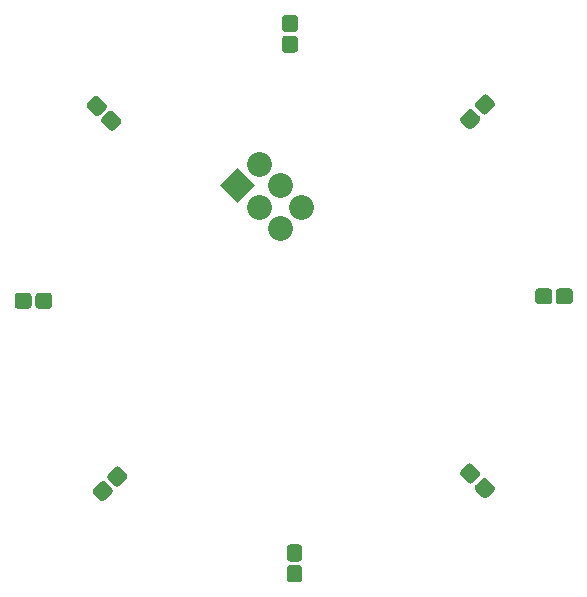
<source format=gbr>
G04 #@! TF.GenerationSoftware,KiCad,Pcbnew,5.1.5*
G04 #@! TF.CreationDate,2020-03-10T18:03:46+01:00*
G04 #@! TF.ProjectId,v,762e6b69-6361-4645-9f70-636258585858,rev?*
G04 #@! TF.SameCoordinates,Original*
G04 #@! TF.FileFunction,Soldermask,Top*
G04 #@! TF.FilePolarity,Negative*
%FSLAX46Y46*%
G04 Gerber Fmt 4.6, Leading zero omitted, Abs format (unit mm)*
G04 Created by KiCad (PCBNEW 5.1.5) date 2020-03-10 18:03:46*
%MOMM*%
%LPD*%
G04 APERTURE LIST*
%ADD10C,2.100000*%
%ADD11C,0.100000*%
G04 APERTURE END LIST*
D10*
X114354154Y-94633051D02*
X114354154Y-94633051D01*
X112558102Y-96429102D02*
X112558102Y-96429102D01*
X112558102Y-92837000D02*
X112558102Y-92837000D01*
X110762051Y-94633051D02*
X110762051Y-94633051D01*
X110762051Y-91040949D02*
X110762051Y-91040949D01*
D11*
G36*
X108966000Y-94321924D02*
G01*
X107481076Y-92837000D01*
X108966000Y-91352076D01*
X110450924Y-92837000D01*
X108966000Y-94321924D01*
G37*
G36*
X129902444Y-117626191D02*
G01*
X129935206Y-117631051D01*
X129967334Y-117639099D01*
X129998519Y-117650257D01*
X130028459Y-117664418D01*
X130056868Y-117681445D01*
X130083471Y-117701175D01*
X130108012Y-117723417D01*
X130656019Y-118271424D01*
X130678261Y-118295965D01*
X130697991Y-118322568D01*
X130715018Y-118350977D01*
X130729179Y-118380917D01*
X130740337Y-118412102D01*
X130748385Y-118444230D01*
X130753245Y-118476992D01*
X130754870Y-118510073D01*
X130753245Y-118543154D01*
X130748385Y-118575916D01*
X130740337Y-118608044D01*
X130729179Y-118639229D01*
X130715018Y-118669169D01*
X130697991Y-118697578D01*
X130678261Y-118724181D01*
X130656019Y-118748722D01*
X130178722Y-119226019D01*
X130154181Y-119248261D01*
X130127578Y-119267991D01*
X130099169Y-119285018D01*
X130069229Y-119299179D01*
X130038044Y-119310337D01*
X130005916Y-119318385D01*
X129973154Y-119323245D01*
X129940073Y-119324870D01*
X129906992Y-119323245D01*
X129874230Y-119318385D01*
X129842102Y-119310337D01*
X129810917Y-119299179D01*
X129780977Y-119285018D01*
X129752568Y-119267991D01*
X129725965Y-119248261D01*
X129701424Y-119226019D01*
X129153417Y-118678012D01*
X129131175Y-118653471D01*
X129111445Y-118626868D01*
X129094418Y-118598459D01*
X129080257Y-118568519D01*
X129069099Y-118537334D01*
X129061051Y-118505206D01*
X129056191Y-118472444D01*
X129054566Y-118439363D01*
X129056191Y-118406282D01*
X129061051Y-118373520D01*
X129069099Y-118341392D01*
X129080257Y-118310207D01*
X129094418Y-118280267D01*
X129111445Y-118251858D01*
X129131175Y-118225255D01*
X129153417Y-118200714D01*
X129630714Y-117723417D01*
X129655255Y-117701175D01*
X129681858Y-117681445D01*
X129710267Y-117664418D01*
X129740207Y-117650257D01*
X129771392Y-117639099D01*
X129803520Y-117631051D01*
X129836282Y-117626191D01*
X129869363Y-117624566D01*
X129902444Y-117626191D01*
G37*
G36*
X128665008Y-116388755D02*
G01*
X128697770Y-116393615D01*
X128729898Y-116401663D01*
X128761083Y-116412821D01*
X128791023Y-116426982D01*
X128819432Y-116444009D01*
X128846035Y-116463739D01*
X128870576Y-116485981D01*
X129418583Y-117033988D01*
X129440825Y-117058529D01*
X129460555Y-117085132D01*
X129477582Y-117113541D01*
X129491743Y-117143481D01*
X129502901Y-117174666D01*
X129510949Y-117206794D01*
X129515809Y-117239556D01*
X129517434Y-117272637D01*
X129515809Y-117305718D01*
X129510949Y-117338480D01*
X129502901Y-117370608D01*
X129491743Y-117401793D01*
X129477582Y-117431733D01*
X129460555Y-117460142D01*
X129440825Y-117486745D01*
X129418583Y-117511286D01*
X128941286Y-117988583D01*
X128916745Y-118010825D01*
X128890142Y-118030555D01*
X128861733Y-118047582D01*
X128831793Y-118061743D01*
X128800608Y-118072901D01*
X128768480Y-118080949D01*
X128735718Y-118085809D01*
X128702637Y-118087434D01*
X128669556Y-118085809D01*
X128636794Y-118080949D01*
X128604666Y-118072901D01*
X128573481Y-118061743D01*
X128543541Y-118047582D01*
X128515132Y-118030555D01*
X128488529Y-118010825D01*
X128463988Y-117988583D01*
X127915981Y-117440576D01*
X127893739Y-117416035D01*
X127874009Y-117389432D01*
X127856982Y-117361023D01*
X127842821Y-117331083D01*
X127831663Y-117299898D01*
X127823615Y-117267770D01*
X127818755Y-117235008D01*
X127817130Y-117201927D01*
X127818755Y-117168846D01*
X127823615Y-117136084D01*
X127831663Y-117103956D01*
X127842821Y-117072771D01*
X127856982Y-117042831D01*
X127874009Y-117014422D01*
X127893739Y-116987819D01*
X127915981Y-116963278D01*
X128393278Y-116485981D01*
X128417819Y-116463739D01*
X128444422Y-116444009D01*
X128472831Y-116426982D01*
X128502771Y-116412821D01*
X128533956Y-116401663D01*
X128566084Y-116393615D01*
X128598846Y-116388755D01*
X128631927Y-116387130D01*
X128665008Y-116388755D01*
G37*
G36*
X97042008Y-85273755D02*
G01*
X97074770Y-85278615D01*
X97106898Y-85286663D01*
X97138083Y-85297821D01*
X97168023Y-85311982D01*
X97196432Y-85329009D01*
X97223035Y-85348739D01*
X97247576Y-85370981D01*
X97795583Y-85918988D01*
X97817825Y-85943529D01*
X97837555Y-85970132D01*
X97854582Y-85998541D01*
X97868743Y-86028481D01*
X97879901Y-86059666D01*
X97887949Y-86091794D01*
X97892809Y-86124556D01*
X97894434Y-86157637D01*
X97892809Y-86190718D01*
X97887949Y-86223480D01*
X97879901Y-86255608D01*
X97868743Y-86286793D01*
X97854582Y-86316733D01*
X97837555Y-86345142D01*
X97817825Y-86371745D01*
X97795583Y-86396286D01*
X97318286Y-86873583D01*
X97293745Y-86895825D01*
X97267142Y-86915555D01*
X97238733Y-86932582D01*
X97208793Y-86946743D01*
X97177608Y-86957901D01*
X97145480Y-86965949D01*
X97112718Y-86970809D01*
X97079637Y-86972434D01*
X97046556Y-86970809D01*
X97013794Y-86965949D01*
X96981666Y-86957901D01*
X96950481Y-86946743D01*
X96920541Y-86932582D01*
X96892132Y-86915555D01*
X96865529Y-86895825D01*
X96840988Y-86873583D01*
X96292981Y-86325576D01*
X96270739Y-86301035D01*
X96251009Y-86274432D01*
X96233982Y-86246023D01*
X96219821Y-86216083D01*
X96208663Y-86184898D01*
X96200615Y-86152770D01*
X96195755Y-86120008D01*
X96194130Y-86086927D01*
X96195755Y-86053846D01*
X96200615Y-86021084D01*
X96208663Y-85988956D01*
X96219821Y-85957771D01*
X96233982Y-85927831D01*
X96251009Y-85899422D01*
X96270739Y-85872819D01*
X96292981Y-85848278D01*
X96770278Y-85370981D01*
X96794819Y-85348739D01*
X96821422Y-85329009D01*
X96849831Y-85311982D01*
X96879771Y-85297821D01*
X96910956Y-85286663D01*
X96943084Y-85278615D01*
X96975846Y-85273755D01*
X97008927Y-85272130D01*
X97042008Y-85273755D01*
G37*
G36*
X98279444Y-86511191D02*
G01*
X98312206Y-86516051D01*
X98344334Y-86524099D01*
X98375519Y-86535257D01*
X98405459Y-86549418D01*
X98433868Y-86566445D01*
X98460471Y-86586175D01*
X98485012Y-86608417D01*
X99033019Y-87156424D01*
X99055261Y-87180965D01*
X99074991Y-87207568D01*
X99092018Y-87235977D01*
X99106179Y-87265917D01*
X99117337Y-87297102D01*
X99125385Y-87329230D01*
X99130245Y-87361992D01*
X99131870Y-87395073D01*
X99130245Y-87428154D01*
X99125385Y-87460916D01*
X99117337Y-87493044D01*
X99106179Y-87524229D01*
X99092018Y-87554169D01*
X99074991Y-87582578D01*
X99055261Y-87609181D01*
X99033019Y-87633722D01*
X98555722Y-88111019D01*
X98531181Y-88133261D01*
X98504578Y-88152991D01*
X98476169Y-88170018D01*
X98446229Y-88184179D01*
X98415044Y-88195337D01*
X98382916Y-88203385D01*
X98350154Y-88208245D01*
X98317073Y-88209870D01*
X98283992Y-88208245D01*
X98251230Y-88203385D01*
X98219102Y-88195337D01*
X98187917Y-88184179D01*
X98157977Y-88170018D01*
X98129568Y-88152991D01*
X98102965Y-88133261D01*
X98078424Y-88111019D01*
X97530417Y-87563012D01*
X97508175Y-87538471D01*
X97488445Y-87511868D01*
X97471418Y-87483459D01*
X97457257Y-87453519D01*
X97446099Y-87422334D01*
X97438051Y-87390206D01*
X97433191Y-87357444D01*
X97431566Y-87324363D01*
X97433191Y-87291282D01*
X97438051Y-87258520D01*
X97446099Y-87226392D01*
X97457257Y-87195207D01*
X97471418Y-87165267D01*
X97488445Y-87136858D01*
X97508175Y-87110255D01*
X97530417Y-87085714D01*
X98007714Y-86608417D01*
X98032255Y-86586175D01*
X98058858Y-86566445D01*
X98087267Y-86549418D01*
X98117207Y-86535257D01*
X98148392Y-86524099D01*
X98180520Y-86516051D01*
X98213282Y-86511191D01*
X98246363Y-86509566D01*
X98279444Y-86511191D01*
G37*
G36*
X97620718Y-117880191D02*
G01*
X97653480Y-117885051D01*
X97685608Y-117893099D01*
X97716793Y-117904257D01*
X97746733Y-117918418D01*
X97775142Y-117935445D01*
X97801745Y-117955175D01*
X97826286Y-117977417D01*
X98303583Y-118454714D01*
X98325825Y-118479255D01*
X98345555Y-118505858D01*
X98362582Y-118534267D01*
X98376743Y-118564207D01*
X98387901Y-118595392D01*
X98395949Y-118627520D01*
X98400809Y-118660282D01*
X98402434Y-118693363D01*
X98400809Y-118726444D01*
X98395949Y-118759206D01*
X98387901Y-118791334D01*
X98376743Y-118822519D01*
X98362582Y-118852459D01*
X98345555Y-118880868D01*
X98325825Y-118907471D01*
X98303583Y-118932012D01*
X97755576Y-119480019D01*
X97731035Y-119502261D01*
X97704432Y-119521991D01*
X97676023Y-119539018D01*
X97646083Y-119553179D01*
X97614898Y-119564337D01*
X97582770Y-119572385D01*
X97550008Y-119577245D01*
X97516927Y-119578870D01*
X97483846Y-119577245D01*
X97451084Y-119572385D01*
X97418956Y-119564337D01*
X97387771Y-119553179D01*
X97357831Y-119539018D01*
X97329422Y-119521991D01*
X97302819Y-119502261D01*
X97278278Y-119480019D01*
X96800981Y-119002722D01*
X96778739Y-118978181D01*
X96759009Y-118951578D01*
X96741982Y-118923169D01*
X96727821Y-118893229D01*
X96716663Y-118862044D01*
X96708615Y-118829916D01*
X96703755Y-118797154D01*
X96702130Y-118764073D01*
X96703755Y-118730992D01*
X96708615Y-118698230D01*
X96716663Y-118666102D01*
X96727821Y-118634917D01*
X96741982Y-118604977D01*
X96759009Y-118576568D01*
X96778739Y-118549965D01*
X96800981Y-118525424D01*
X97348988Y-117977417D01*
X97373529Y-117955175D01*
X97400132Y-117935445D01*
X97428541Y-117918418D01*
X97458481Y-117904257D01*
X97489666Y-117893099D01*
X97521794Y-117885051D01*
X97554556Y-117880191D01*
X97587637Y-117878566D01*
X97620718Y-117880191D01*
G37*
G36*
X98858154Y-116642755D02*
G01*
X98890916Y-116647615D01*
X98923044Y-116655663D01*
X98954229Y-116666821D01*
X98984169Y-116680982D01*
X99012578Y-116698009D01*
X99039181Y-116717739D01*
X99063722Y-116739981D01*
X99541019Y-117217278D01*
X99563261Y-117241819D01*
X99582991Y-117268422D01*
X99600018Y-117296831D01*
X99614179Y-117326771D01*
X99625337Y-117357956D01*
X99633385Y-117390084D01*
X99638245Y-117422846D01*
X99639870Y-117455927D01*
X99638245Y-117489008D01*
X99633385Y-117521770D01*
X99625337Y-117553898D01*
X99614179Y-117585083D01*
X99600018Y-117615023D01*
X99582991Y-117643432D01*
X99563261Y-117670035D01*
X99541019Y-117694576D01*
X98993012Y-118242583D01*
X98968471Y-118264825D01*
X98941868Y-118284555D01*
X98913459Y-118301582D01*
X98883519Y-118315743D01*
X98852334Y-118326901D01*
X98820206Y-118334949D01*
X98787444Y-118339809D01*
X98754363Y-118341434D01*
X98721282Y-118339809D01*
X98688520Y-118334949D01*
X98656392Y-118326901D01*
X98625207Y-118315743D01*
X98595267Y-118301582D01*
X98566858Y-118284555D01*
X98540255Y-118264825D01*
X98515714Y-118242583D01*
X98038417Y-117765286D01*
X98016175Y-117740745D01*
X97996445Y-117714142D01*
X97979418Y-117685733D01*
X97965257Y-117655793D01*
X97954099Y-117624608D01*
X97946051Y-117592480D01*
X97941191Y-117559718D01*
X97939566Y-117526637D01*
X97941191Y-117493556D01*
X97946051Y-117460794D01*
X97954099Y-117428666D01*
X97965257Y-117397481D01*
X97979418Y-117367541D01*
X97996445Y-117339132D01*
X98016175Y-117312529D01*
X98038417Y-117287988D01*
X98586424Y-116739981D01*
X98610965Y-116717739D01*
X98637568Y-116698009D01*
X98665977Y-116680982D01*
X98695917Y-116666821D01*
X98727102Y-116655663D01*
X98759230Y-116647615D01*
X98791992Y-116642755D01*
X98825073Y-116641130D01*
X98858154Y-116642755D01*
G37*
G36*
X91239581Y-101942625D02*
G01*
X91272343Y-101947485D01*
X91304471Y-101955533D01*
X91335656Y-101966691D01*
X91365596Y-101980852D01*
X91394005Y-101997879D01*
X91420608Y-102017609D01*
X91445149Y-102039851D01*
X91467391Y-102064392D01*
X91487121Y-102090995D01*
X91504148Y-102119404D01*
X91518309Y-102149344D01*
X91529467Y-102180529D01*
X91537515Y-102212657D01*
X91542375Y-102245419D01*
X91544000Y-102278500D01*
X91544000Y-102953500D01*
X91542375Y-102986581D01*
X91537515Y-103019343D01*
X91529467Y-103051471D01*
X91518309Y-103082656D01*
X91504148Y-103112596D01*
X91487121Y-103141005D01*
X91467391Y-103167608D01*
X91445149Y-103192149D01*
X91420608Y-103214391D01*
X91394005Y-103234121D01*
X91365596Y-103251148D01*
X91335656Y-103265309D01*
X91304471Y-103276467D01*
X91272343Y-103284515D01*
X91239581Y-103289375D01*
X91206500Y-103291000D01*
X90431500Y-103291000D01*
X90398419Y-103289375D01*
X90365657Y-103284515D01*
X90333529Y-103276467D01*
X90302344Y-103265309D01*
X90272404Y-103251148D01*
X90243995Y-103234121D01*
X90217392Y-103214391D01*
X90192851Y-103192149D01*
X90170609Y-103167608D01*
X90150879Y-103141005D01*
X90133852Y-103112596D01*
X90119691Y-103082656D01*
X90108533Y-103051471D01*
X90100485Y-103019343D01*
X90095625Y-102986581D01*
X90094000Y-102953500D01*
X90094000Y-102278500D01*
X90095625Y-102245419D01*
X90100485Y-102212657D01*
X90108533Y-102180529D01*
X90119691Y-102149344D01*
X90133852Y-102119404D01*
X90150879Y-102090995D01*
X90170609Y-102064392D01*
X90192851Y-102039851D01*
X90217392Y-102017609D01*
X90243995Y-101997879D01*
X90272404Y-101980852D01*
X90302344Y-101966691D01*
X90333529Y-101955533D01*
X90365657Y-101947485D01*
X90398419Y-101942625D01*
X90431500Y-101941000D01*
X91206500Y-101941000D01*
X91239581Y-101942625D01*
G37*
G36*
X92989581Y-101942625D02*
G01*
X93022343Y-101947485D01*
X93054471Y-101955533D01*
X93085656Y-101966691D01*
X93115596Y-101980852D01*
X93144005Y-101997879D01*
X93170608Y-102017609D01*
X93195149Y-102039851D01*
X93217391Y-102064392D01*
X93237121Y-102090995D01*
X93254148Y-102119404D01*
X93268309Y-102149344D01*
X93279467Y-102180529D01*
X93287515Y-102212657D01*
X93292375Y-102245419D01*
X93294000Y-102278500D01*
X93294000Y-102953500D01*
X93292375Y-102986581D01*
X93287515Y-103019343D01*
X93279467Y-103051471D01*
X93268309Y-103082656D01*
X93254148Y-103112596D01*
X93237121Y-103141005D01*
X93217391Y-103167608D01*
X93195149Y-103192149D01*
X93170608Y-103214391D01*
X93144005Y-103234121D01*
X93115596Y-103251148D01*
X93085656Y-103265309D01*
X93054471Y-103276467D01*
X93022343Y-103284515D01*
X92989581Y-103289375D01*
X92956500Y-103291000D01*
X92181500Y-103291000D01*
X92148419Y-103289375D01*
X92115657Y-103284515D01*
X92083529Y-103276467D01*
X92052344Y-103265309D01*
X92022404Y-103251148D01*
X91993995Y-103234121D01*
X91967392Y-103214391D01*
X91942851Y-103192149D01*
X91920609Y-103167608D01*
X91900879Y-103141005D01*
X91883852Y-103112596D01*
X91869691Y-103082656D01*
X91858533Y-103051471D01*
X91850485Y-103019343D01*
X91845625Y-102986581D01*
X91844000Y-102953500D01*
X91844000Y-102278500D01*
X91845625Y-102245419D01*
X91850485Y-102212657D01*
X91858533Y-102180529D01*
X91869691Y-102149344D01*
X91883852Y-102119404D01*
X91900879Y-102090995D01*
X91920609Y-102064392D01*
X91942851Y-102039851D01*
X91967392Y-102017609D01*
X91993995Y-101997879D01*
X92022404Y-101980852D01*
X92052344Y-101966691D01*
X92083529Y-101955533D01*
X92115657Y-101947485D01*
X92148419Y-101942625D01*
X92181500Y-101941000D01*
X92956500Y-101941000D01*
X92989581Y-101942625D01*
G37*
G36*
X137058581Y-101561625D02*
G01*
X137091343Y-101566485D01*
X137123471Y-101574533D01*
X137154656Y-101585691D01*
X137184596Y-101599852D01*
X137213005Y-101616879D01*
X137239608Y-101636609D01*
X137264149Y-101658851D01*
X137286391Y-101683392D01*
X137306121Y-101709995D01*
X137323148Y-101738404D01*
X137337309Y-101768344D01*
X137348467Y-101799529D01*
X137356515Y-101831657D01*
X137361375Y-101864419D01*
X137363000Y-101897500D01*
X137363000Y-102572500D01*
X137361375Y-102605581D01*
X137356515Y-102638343D01*
X137348467Y-102670471D01*
X137337309Y-102701656D01*
X137323148Y-102731596D01*
X137306121Y-102760005D01*
X137286391Y-102786608D01*
X137264149Y-102811149D01*
X137239608Y-102833391D01*
X137213005Y-102853121D01*
X137184596Y-102870148D01*
X137154656Y-102884309D01*
X137123471Y-102895467D01*
X137091343Y-102903515D01*
X137058581Y-102908375D01*
X137025500Y-102910000D01*
X136250500Y-102910000D01*
X136217419Y-102908375D01*
X136184657Y-102903515D01*
X136152529Y-102895467D01*
X136121344Y-102884309D01*
X136091404Y-102870148D01*
X136062995Y-102853121D01*
X136036392Y-102833391D01*
X136011851Y-102811149D01*
X135989609Y-102786608D01*
X135969879Y-102760005D01*
X135952852Y-102731596D01*
X135938691Y-102701656D01*
X135927533Y-102670471D01*
X135919485Y-102638343D01*
X135914625Y-102605581D01*
X135913000Y-102572500D01*
X135913000Y-101897500D01*
X135914625Y-101864419D01*
X135919485Y-101831657D01*
X135927533Y-101799529D01*
X135938691Y-101768344D01*
X135952852Y-101738404D01*
X135969879Y-101709995D01*
X135989609Y-101683392D01*
X136011851Y-101658851D01*
X136036392Y-101636609D01*
X136062995Y-101616879D01*
X136091404Y-101599852D01*
X136121344Y-101585691D01*
X136152529Y-101574533D01*
X136184657Y-101566485D01*
X136217419Y-101561625D01*
X136250500Y-101560000D01*
X137025500Y-101560000D01*
X137058581Y-101561625D01*
G37*
G36*
X135308581Y-101561625D02*
G01*
X135341343Y-101566485D01*
X135373471Y-101574533D01*
X135404656Y-101585691D01*
X135434596Y-101599852D01*
X135463005Y-101616879D01*
X135489608Y-101636609D01*
X135514149Y-101658851D01*
X135536391Y-101683392D01*
X135556121Y-101709995D01*
X135573148Y-101738404D01*
X135587309Y-101768344D01*
X135598467Y-101799529D01*
X135606515Y-101831657D01*
X135611375Y-101864419D01*
X135613000Y-101897500D01*
X135613000Y-102572500D01*
X135611375Y-102605581D01*
X135606515Y-102638343D01*
X135598467Y-102670471D01*
X135587309Y-102701656D01*
X135573148Y-102731596D01*
X135556121Y-102760005D01*
X135536391Y-102786608D01*
X135514149Y-102811149D01*
X135489608Y-102833391D01*
X135463005Y-102853121D01*
X135434596Y-102870148D01*
X135404656Y-102884309D01*
X135373471Y-102895467D01*
X135341343Y-102903515D01*
X135308581Y-102908375D01*
X135275500Y-102910000D01*
X134500500Y-102910000D01*
X134467419Y-102908375D01*
X134434657Y-102903515D01*
X134402529Y-102895467D01*
X134371344Y-102884309D01*
X134341404Y-102870148D01*
X134312995Y-102853121D01*
X134286392Y-102833391D01*
X134261851Y-102811149D01*
X134239609Y-102786608D01*
X134219879Y-102760005D01*
X134202852Y-102731596D01*
X134188691Y-102701656D01*
X134177533Y-102670471D01*
X134169485Y-102638343D01*
X134164625Y-102605581D01*
X134163000Y-102572500D01*
X134163000Y-101897500D01*
X134164625Y-101864419D01*
X134169485Y-101831657D01*
X134177533Y-101799529D01*
X134188691Y-101768344D01*
X134202852Y-101738404D01*
X134219879Y-101709995D01*
X134239609Y-101683392D01*
X134261851Y-101658851D01*
X134286392Y-101636609D01*
X134312995Y-101616879D01*
X134341404Y-101599852D01*
X134371344Y-101585691D01*
X134402529Y-101574533D01*
X134434657Y-101566485D01*
X134467419Y-101561625D01*
X134500500Y-101560000D01*
X135275500Y-101560000D01*
X135308581Y-101561625D01*
G37*
G36*
X114162581Y-124992625D02*
G01*
X114195343Y-124997485D01*
X114227471Y-125005533D01*
X114258656Y-125016691D01*
X114288596Y-125030852D01*
X114317005Y-125047879D01*
X114343608Y-125067609D01*
X114368149Y-125089851D01*
X114390391Y-125114392D01*
X114410121Y-125140995D01*
X114427148Y-125169404D01*
X114441309Y-125199344D01*
X114452467Y-125230529D01*
X114460515Y-125262657D01*
X114465375Y-125295419D01*
X114467000Y-125328500D01*
X114467000Y-126103500D01*
X114465375Y-126136581D01*
X114460515Y-126169343D01*
X114452467Y-126201471D01*
X114441309Y-126232656D01*
X114427148Y-126262596D01*
X114410121Y-126291005D01*
X114390391Y-126317608D01*
X114368149Y-126342149D01*
X114343608Y-126364391D01*
X114317005Y-126384121D01*
X114288596Y-126401148D01*
X114258656Y-126415309D01*
X114227471Y-126426467D01*
X114195343Y-126434515D01*
X114162581Y-126439375D01*
X114129500Y-126441000D01*
X113454500Y-126441000D01*
X113421419Y-126439375D01*
X113388657Y-126434515D01*
X113356529Y-126426467D01*
X113325344Y-126415309D01*
X113295404Y-126401148D01*
X113266995Y-126384121D01*
X113240392Y-126364391D01*
X113215851Y-126342149D01*
X113193609Y-126317608D01*
X113173879Y-126291005D01*
X113156852Y-126262596D01*
X113142691Y-126232656D01*
X113131533Y-126201471D01*
X113123485Y-126169343D01*
X113118625Y-126136581D01*
X113117000Y-126103500D01*
X113117000Y-125328500D01*
X113118625Y-125295419D01*
X113123485Y-125262657D01*
X113131533Y-125230529D01*
X113142691Y-125199344D01*
X113156852Y-125169404D01*
X113173879Y-125140995D01*
X113193609Y-125114392D01*
X113215851Y-125089851D01*
X113240392Y-125067609D01*
X113266995Y-125047879D01*
X113295404Y-125030852D01*
X113325344Y-125016691D01*
X113356529Y-125005533D01*
X113388657Y-124997485D01*
X113421419Y-124992625D01*
X113454500Y-124991000D01*
X114129500Y-124991000D01*
X114162581Y-124992625D01*
G37*
G36*
X114162581Y-123242625D02*
G01*
X114195343Y-123247485D01*
X114227471Y-123255533D01*
X114258656Y-123266691D01*
X114288596Y-123280852D01*
X114317005Y-123297879D01*
X114343608Y-123317609D01*
X114368149Y-123339851D01*
X114390391Y-123364392D01*
X114410121Y-123390995D01*
X114427148Y-123419404D01*
X114441309Y-123449344D01*
X114452467Y-123480529D01*
X114460515Y-123512657D01*
X114465375Y-123545419D01*
X114467000Y-123578500D01*
X114467000Y-124353500D01*
X114465375Y-124386581D01*
X114460515Y-124419343D01*
X114452467Y-124451471D01*
X114441309Y-124482656D01*
X114427148Y-124512596D01*
X114410121Y-124541005D01*
X114390391Y-124567608D01*
X114368149Y-124592149D01*
X114343608Y-124614391D01*
X114317005Y-124634121D01*
X114288596Y-124651148D01*
X114258656Y-124665309D01*
X114227471Y-124676467D01*
X114195343Y-124684515D01*
X114162581Y-124689375D01*
X114129500Y-124691000D01*
X113454500Y-124691000D01*
X113421419Y-124689375D01*
X113388657Y-124684515D01*
X113356529Y-124676467D01*
X113325344Y-124665309D01*
X113295404Y-124651148D01*
X113266995Y-124634121D01*
X113240392Y-124614391D01*
X113215851Y-124592149D01*
X113193609Y-124567608D01*
X113173879Y-124541005D01*
X113156852Y-124512596D01*
X113142691Y-124482656D01*
X113131533Y-124451471D01*
X113123485Y-124419343D01*
X113118625Y-124386581D01*
X113117000Y-124353500D01*
X113117000Y-123578500D01*
X113118625Y-123545419D01*
X113123485Y-123512657D01*
X113131533Y-123480529D01*
X113142691Y-123449344D01*
X113156852Y-123419404D01*
X113173879Y-123390995D01*
X113193609Y-123364392D01*
X113215851Y-123339851D01*
X113240392Y-123317609D01*
X113266995Y-123297879D01*
X113295404Y-123280852D01*
X113325344Y-123266691D01*
X113356529Y-123255533D01*
X113388657Y-123247485D01*
X113421419Y-123242625D01*
X113454500Y-123241000D01*
X114129500Y-123241000D01*
X114162581Y-123242625D01*
G37*
G36*
X113781581Y-78411625D02*
G01*
X113814343Y-78416485D01*
X113846471Y-78424533D01*
X113877656Y-78435691D01*
X113907596Y-78449852D01*
X113936005Y-78466879D01*
X113962608Y-78486609D01*
X113987149Y-78508851D01*
X114009391Y-78533392D01*
X114029121Y-78559995D01*
X114046148Y-78588404D01*
X114060309Y-78618344D01*
X114071467Y-78649529D01*
X114079515Y-78681657D01*
X114084375Y-78714419D01*
X114086000Y-78747500D01*
X114086000Y-79522500D01*
X114084375Y-79555581D01*
X114079515Y-79588343D01*
X114071467Y-79620471D01*
X114060309Y-79651656D01*
X114046148Y-79681596D01*
X114029121Y-79710005D01*
X114009391Y-79736608D01*
X113987149Y-79761149D01*
X113962608Y-79783391D01*
X113936005Y-79803121D01*
X113907596Y-79820148D01*
X113877656Y-79834309D01*
X113846471Y-79845467D01*
X113814343Y-79853515D01*
X113781581Y-79858375D01*
X113748500Y-79860000D01*
X113073500Y-79860000D01*
X113040419Y-79858375D01*
X113007657Y-79853515D01*
X112975529Y-79845467D01*
X112944344Y-79834309D01*
X112914404Y-79820148D01*
X112885995Y-79803121D01*
X112859392Y-79783391D01*
X112834851Y-79761149D01*
X112812609Y-79736608D01*
X112792879Y-79710005D01*
X112775852Y-79681596D01*
X112761691Y-79651656D01*
X112750533Y-79620471D01*
X112742485Y-79588343D01*
X112737625Y-79555581D01*
X112736000Y-79522500D01*
X112736000Y-78747500D01*
X112737625Y-78714419D01*
X112742485Y-78681657D01*
X112750533Y-78649529D01*
X112761691Y-78618344D01*
X112775852Y-78588404D01*
X112792879Y-78559995D01*
X112812609Y-78533392D01*
X112834851Y-78508851D01*
X112859392Y-78486609D01*
X112885995Y-78466879D01*
X112914404Y-78449852D01*
X112944344Y-78435691D01*
X112975529Y-78424533D01*
X113007657Y-78416485D01*
X113040419Y-78411625D01*
X113073500Y-78410000D01*
X113748500Y-78410000D01*
X113781581Y-78411625D01*
G37*
G36*
X113781581Y-80161625D02*
G01*
X113814343Y-80166485D01*
X113846471Y-80174533D01*
X113877656Y-80185691D01*
X113907596Y-80199852D01*
X113936005Y-80216879D01*
X113962608Y-80236609D01*
X113987149Y-80258851D01*
X114009391Y-80283392D01*
X114029121Y-80309995D01*
X114046148Y-80338404D01*
X114060309Y-80368344D01*
X114071467Y-80399529D01*
X114079515Y-80431657D01*
X114084375Y-80464419D01*
X114086000Y-80497500D01*
X114086000Y-81272500D01*
X114084375Y-81305581D01*
X114079515Y-81338343D01*
X114071467Y-81370471D01*
X114060309Y-81401656D01*
X114046148Y-81431596D01*
X114029121Y-81460005D01*
X114009391Y-81486608D01*
X113987149Y-81511149D01*
X113962608Y-81533391D01*
X113936005Y-81553121D01*
X113907596Y-81570148D01*
X113877656Y-81584309D01*
X113846471Y-81595467D01*
X113814343Y-81603515D01*
X113781581Y-81608375D01*
X113748500Y-81610000D01*
X113073500Y-81610000D01*
X113040419Y-81608375D01*
X113007657Y-81603515D01*
X112975529Y-81595467D01*
X112944344Y-81584309D01*
X112914404Y-81570148D01*
X112885995Y-81553121D01*
X112859392Y-81533391D01*
X112834851Y-81511149D01*
X112812609Y-81486608D01*
X112792879Y-81460005D01*
X112775852Y-81431596D01*
X112761691Y-81401656D01*
X112750533Y-81370471D01*
X112742485Y-81338343D01*
X112737625Y-81305581D01*
X112736000Y-81272500D01*
X112736000Y-80497500D01*
X112737625Y-80464419D01*
X112742485Y-80431657D01*
X112750533Y-80399529D01*
X112761691Y-80368344D01*
X112775852Y-80338404D01*
X112792879Y-80309995D01*
X112812609Y-80283392D01*
X112834851Y-80258851D01*
X112859392Y-80236609D01*
X112885995Y-80216879D01*
X112914404Y-80199852D01*
X112944344Y-80185691D01*
X112975529Y-80174533D01*
X113007657Y-80166485D01*
X113040419Y-80161625D01*
X113073500Y-80160000D01*
X113748500Y-80160000D01*
X113781581Y-80161625D01*
G37*
G36*
X129973154Y-85146755D02*
G01*
X130005916Y-85151615D01*
X130038044Y-85159663D01*
X130069229Y-85170821D01*
X130099169Y-85184982D01*
X130127578Y-85202009D01*
X130154181Y-85221739D01*
X130178722Y-85243981D01*
X130656019Y-85721278D01*
X130678261Y-85745819D01*
X130697991Y-85772422D01*
X130715018Y-85800831D01*
X130729179Y-85830771D01*
X130740337Y-85861956D01*
X130748385Y-85894084D01*
X130753245Y-85926846D01*
X130754870Y-85959927D01*
X130753245Y-85993008D01*
X130748385Y-86025770D01*
X130740337Y-86057898D01*
X130729179Y-86089083D01*
X130715018Y-86119023D01*
X130697991Y-86147432D01*
X130678261Y-86174035D01*
X130656019Y-86198576D01*
X130108012Y-86746583D01*
X130083471Y-86768825D01*
X130056868Y-86788555D01*
X130028459Y-86805582D01*
X129998519Y-86819743D01*
X129967334Y-86830901D01*
X129935206Y-86838949D01*
X129902444Y-86843809D01*
X129869363Y-86845434D01*
X129836282Y-86843809D01*
X129803520Y-86838949D01*
X129771392Y-86830901D01*
X129740207Y-86819743D01*
X129710267Y-86805582D01*
X129681858Y-86788555D01*
X129655255Y-86768825D01*
X129630714Y-86746583D01*
X129153417Y-86269286D01*
X129131175Y-86244745D01*
X129111445Y-86218142D01*
X129094418Y-86189733D01*
X129080257Y-86159793D01*
X129069099Y-86128608D01*
X129061051Y-86096480D01*
X129056191Y-86063718D01*
X129054566Y-86030637D01*
X129056191Y-85997556D01*
X129061051Y-85964794D01*
X129069099Y-85932666D01*
X129080257Y-85901481D01*
X129094418Y-85871541D01*
X129111445Y-85843132D01*
X129131175Y-85816529D01*
X129153417Y-85791988D01*
X129701424Y-85243981D01*
X129725965Y-85221739D01*
X129752568Y-85202009D01*
X129780977Y-85184982D01*
X129810917Y-85170821D01*
X129842102Y-85159663D01*
X129874230Y-85151615D01*
X129906992Y-85146755D01*
X129940073Y-85145130D01*
X129973154Y-85146755D01*
G37*
G36*
X128735718Y-86384191D02*
G01*
X128768480Y-86389051D01*
X128800608Y-86397099D01*
X128831793Y-86408257D01*
X128861733Y-86422418D01*
X128890142Y-86439445D01*
X128916745Y-86459175D01*
X128941286Y-86481417D01*
X129418583Y-86958714D01*
X129440825Y-86983255D01*
X129460555Y-87009858D01*
X129477582Y-87038267D01*
X129491743Y-87068207D01*
X129502901Y-87099392D01*
X129510949Y-87131520D01*
X129515809Y-87164282D01*
X129517434Y-87197363D01*
X129515809Y-87230444D01*
X129510949Y-87263206D01*
X129502901Y-87295334D01*
X129491743Y-87326519D01*
X129477582Y-87356459D01*
X129460555Y-87384868D01*
X129440825Y-87411471D01*
X129418583Y-87436012D01*
X128870576Y-87984019D01*
X128846035Y-88006261D01*
X128819432Y-88025991D01*
X128791023Y-88043018D01*
X128761083Y-88057179D01*
X128729898Y-88068337D01*
X128697770Y-88076385D01*
X128665008Y-88081245D01*
X128631927Y-88082870D01*
X128598846Y-88081245D01*
X128566084Y-88076385D01*
X128533956Y-88068337D01*
X128502771Y-88057179D01*
X128472831Y-88043018D01*
X128444422Y-88025991D01*
X128417819Y-88006261D01*
X128393278Y-87984019D01*
X127915981Y-87506722D01*
X127893739Y-87482181D01*
X127874009Y-87455578D01*
X127856982Y-87427169D01*
X127842821Y-87397229D01*
X127831663Y-87366044D01*
X127823615Y-87333916D01*
X127818755Y-87301154D01*
X127817130Y-87268073D01*
X127818755Y-87234992D01*
X127823615Y-87202230D01*
X127831663Y-87170102D01*
X127842821Y-87138917D01*
X127856982Y-87108977D01*
X127874009Y-87080568D01*
X127893739Y-87053965D01*
X127915981Y-87029424D01*
X128463988Y-86481417D01*
X128488529Y-86459175D01*
X128515132Y-86439445D01*
X128543541Y-86422418D01*
X128573481Y-86408257D01*
X128604666Y-86397099D01*
X128636794Y-86389051D01*
X128669556Y-86384191D01*
X128702637Y-86382566D01*
X128735718Y-86384191D01*
G37*
M02*

</source>
